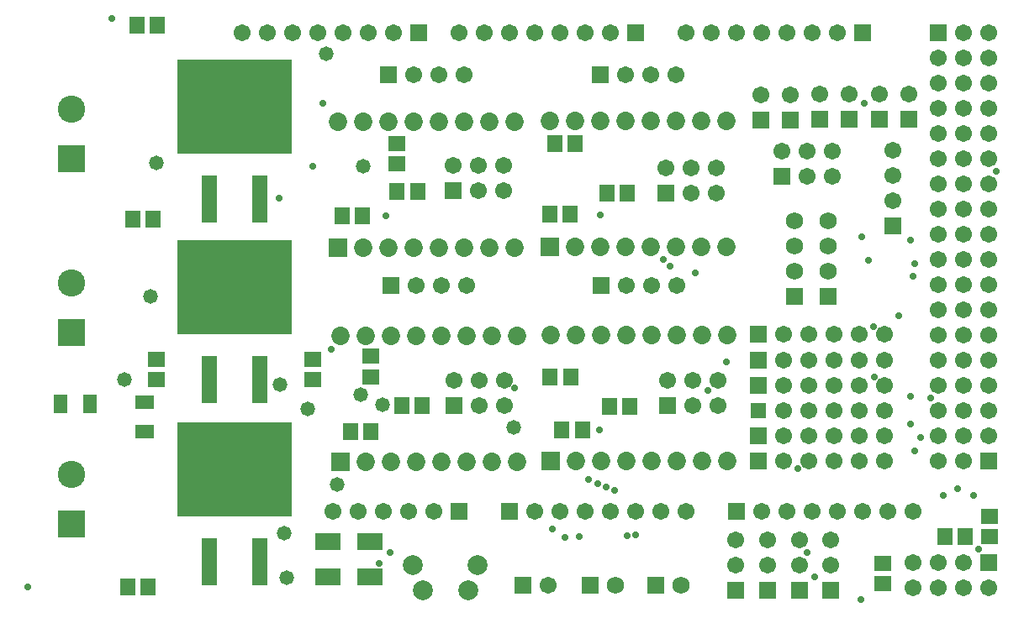
<source format=gts>
G04*
G04 #@! TF.GenerationSoftware,Altium Limited,Altium Designer,18.0.12 (696)*
G04*
G04 Layer_Color=8388736*
%FSLAX25Y25*%
%MOIN*%
G70*
G01*
G75*
%ADD21R,0.06312X0.06706*%
%ADD22R,0.06706X0.06312*%
%ADD23R,0.06115X0.18910*%
%ADD24R,0.45682X0.37808*%
%ADD25R,0.09973X0.06942*%
%ADD26R,0.05446X0.07769*%
%ADD27R,0.07769X0.05446*%
%ADD28C,0.07296*%
%ADD29R,0.07296X0.07296*%
%ADD30C,0.07887*%
%ADD31R,0.06800X0.06800*%
%ADD32C,0.06800*%
%ADD33R,0.06706X0.06706*%
%ADD34C,0.06706*%
%ADD35R,0.06706X0.06706*%
%ADD36R,0.10800X0.10800*%
%ADD37C,0.10800*%
%ADD38R,0.06300X0.06300*%
%ADD39R,0.06800X0.06800*%
%ADD40C,0.02769*%
%ADD41C,0.05800*%
D21*
X-174800Y90600D02*
D03*
X-182900D02*
D03*
X-254100Y69100D02*
D03*
X-262200D02*
D03*
X-173000Y183400D02*
D03*
X-181100D02*
D03*
X-243600Y164500D02*
D03*
X-235500D02*
D03*
X-26400Y27400D02*
D03*
X-18300D02*
D03*
X-348500Y153500D02*
D03*
X-340400D02*
D03*
X-350500Y7400D02*
D03*
X-342400D02*
D03*
X-338600Y230400D02*
D03*
X-346700D02*
D03*
X-183000Y155300D02*
D03*
X-174900D02*
D03*
X-265400Y154700D02*
D03*
X-257300D02*
D03*
X-233700Y79400D02*
D03*
X-241800D02*
D03*
X-152400Y163700D02*
D03*
X-160500D02*
D03*
X-178300Y69900D02*
D03*
X-170200D02*
D03*
X-151400Y79200D02*
D03*
X-159500D02*
D03*
D22*
X-254100Y90900D02*
D03*
Y99000D02*
D03*
X-243600Y175300D02*
D03*
Y183400D02*
D03*
X-50900Y8800D02*
D03*
Y16900D02*
D03*
X-8600Y35500D02*
D03*
Y27400D02*
D03*
X-339200Y97700D02*
D03*
Y89600D02*
D03*
X-277100Y97700D02*
D03*
Y89600D02*
D03*
D23*
X-298200Y161542D02*
D03*
X-318200D02*
D03*
X-298200Y17542D02*
D03*
X-318200D02*
D03*
X-298100Y89842D02*
D03*
X-318100D02*
D03*
D24*
X-308200Y198000D02*
D03*
Y54000D02*
D03*
X-308100Y126300D02*
D03*
D25*
X-254275Y25500D02*
D03*
X-271125D02*
D03*
X-254275Y11400D02*
D03*
X-271125D02*
D03*
D26*
X-365522Y80100D02*
D03*
X-376900D02*
D03*
D27*
X-343600Y80578D02*
D03*
Y69200D02*
D03*
D28*
X-153000Y142300D02*
D03*
Y192300D02*
D03*
X-143000Y142300D02*
D03*
X-133000D02*
D03*
X-123000D02*
D03*
X-113000D02*
D03*
X-163000D02*
D03*
X-173000D02*
D03*
X-163000Y192300D02*
D03*
X-173000D02*
D03*
X-183000D02*
D03*
X-143000D02*
D03*
X-133000D02*
D03*
X-123000D02*
D03*
X-113000D02*
D03*
X-196200Y107200D02*
D03*
X-206200D02*
D03*
X-216200D02*
D03*
X-226200D02*
D03*
X-266200D02*
D03*
X-256200D02*
D03*
X-246200D02*
D03*
X-256200Y57200D02*
D03*
X-246200D02*
D03*
X-196200D02*
D03*
X-206200D02*
D03*
X-216200D02*
D03*
X-226200D02*
D03*
X-236200Y107200D02*
D03*
Y57200D02*
D03*
X-197000Y192200D02*
D03*
X-207000D02*
D03*
X-217000D02*
D03*
X-227000D02*
D03*
X-267000D02*
D03*
X-257000D02*
D03*
X-247000D02*
D03*
X-257000Y142200D02*
D03*
X-247000D02*
D03*
X-197000D02*
D03*
X-207000D02*
D03*
X-217000D02*
D03*
X-227000D02*
D03*
X-237000Y192200D02*
D03*
Y142200D02*
D03*
X-112800Y107300D02*
D03*
X-122800D02*
D03*
X-132800D02*
D03*
X-142800D02*
D03*
X-182800D02*
D03*
X-172800D02*
D03*
X-162800D02*
D03*
X-172800Y57300D02*
D03*
X-162800D02*
D03*
X-112800D02*
D03*
X-122800D02*
D03*
X-132800D02*
D03*
X-142800D02*
D03*
X-152800Y107300D02*
D03*
Y57300D02*
D03*
D29*
X-183000Y142300D02*
D03*
X-266200Y57200D02*
D03*
X-267000Y142200D02*
D03*
X-182800Y57300D02*
D03*
D30*
X-211746Y16043D02*
D03*
X-237337D02*
D03*
X-215290Y6200D02*
D03*
X-233400D02*
D03*
D31*
X-141100Y8200D02*
D03*
X-167100D02*
D03*
D32*
X-131100D02*
D03*
X-157100D02*
D03*
X-72600Y152900D02*
D03*
Y142900D02*
D03*
Y132900D02*
D03*
X-86100Y152900D02*
D03*
Y142900D02*
D03*
Y132900D02*
D03*
D33*
X-193700Y8100D02*
D03*
X-9100Y16950D02*
D03*
X-235200Y227450D02*
D03*
X-219200Y37450D02*
D03*
X-91100Y170500D02*
D03*
X-149200Y227450D02*
D03*
X-199200Y37450D02*
D03*
X-59200Y227450D02*
D03*
X-109200Y37450D02*
D03*
X-220900Y79400D02*
D03*
X-137000Y163600D02*
D03*
X-221500Y164600D02*
D03*
X-246200Y127200D02*
D03*
X-163000Y210600D02*
D03*
X-247000Y210700D02*
D03*
X-100400Y107600D02*
D03*
Y97500D02*
D03*
Y87400D02*
D03*
Y67300D02*
D03*
Y57300D02*
D03*
X-136400Y79300D02*
D03*
X-162800Y127200D02*
D03*
D34*
X-183700Y8100D02*
D03*
X-39100Y6950D02*
D03*
Y16950D02*
D03*
X-29100Y6950D02*
D03*
Y16950D02*
D03*
X-19100Y6950D02*
D03*
Y16950D02*
D03*
X-9100Y6950D02*
D03*
X-19200Y57450D02*
D03*
X-29200D02*
D03*
X-19200Y67450D02*
D03*
X-29200D02*
D03*
X-19200Y77450D02*
D03*
X-29200D02*
D03*
X-19200Y87450D02*
D03*
X-29200D02*
D03*
X-19200Y97450D02*
D03*
X-29200D02*
D03*
X-19200Y107450D02*
D03*
X-29200D02*
D03*
X-19200Y117450D02*
D03*
X-29200D02*
D03*
X-19200Y127450D02*
D03*
X-29200D02*
D03*
X-19200Y137450D02*
D03*
X-29200D02*
D03*
X-19200Y147450D02*
D03*
X-29200D02*
D03*
X-19200Y157450D02*
D03*
X-29200D02*
D03*
X-19200Y167450D02*
D03*
X-29200D02*
D03*
X-19200Y177450D02*
D03*
X-29200D02*
D03*
X-19200Y187450D02*
D03*
X-29200D02*
D03*
X-19200Y197450D02*
D03*
X-29200D02*
D03*
X-19200Y207450D02*
D03*
X-29200D02*
D03*
X-19200Y217450D02*
D03*
X-29200D02*
D03*
X-19200Y227450D02*
D03*
X-9200D02*
D03*
Y217450D02*
D03*
Y207450D02*
D03*
Y197450D02*
D03*
Y187450D02*
D03*
Y177450D02*
D03*
Y167450D02*
D03*
Y157450D02*
D03*
Y147450D02*
D03*
Y137450D02*
D03*
Y127450D02*
D03*
Y117450D02*
D03*
Y107450D02*
D03*
Y97450D02*
D03*
Y87450D02*
D03*
Y77450D02*
D03*
Y67450D02*
D03*
X-109400Y16200D02*
D03*
Y26200D02*
D03*
X-96800Y16200D02*
D03*
Y26200D02*
D03*
X-84200Y16100D02*
D03*
Y26100D02*
D03*
X-71600Y16200D02*
D03*
Y26200D02*
D03*
X-40600Y203200D02*
D03*
X-52500Y203100D02*
D03*
X-64300D02*
D03*
X-76000Y203000D02*
D03*
X-87700Y202900D02*
D03*
X-99400D02*
D03*
X-245200Y227450D02*
D03*
X-255200D02*
D03*
X-265200D02*
D03*
X-275200D02*
D03*
X-285200D02*
D03*
X-295200D02*
D03*
X-305200D02*
D03*
X-229200Y37450D02*
D03*
X-239200D02*
D03*
X-249200D02*
D03*
X-259200D02*
D03*
X-269200D02*
D03*
X-47200Y180900D02*
D03*
Y170900D02*
D03*
Y160900D02*
D03*
X-91100Y180500D02*
D03*
X-81100Y170500D02*
D03*
Y180500D02*
D03*
X-71100Y170500D02*
D03*
Y180500D02*
D03*
X-159200Y227450D02*
D03*
X-169200D02*
D03*
X-179200D02*
D03*
X-189200D02*
D03*
X-199200D02*
D03*
X-209200D02*
D03*
X-219200D02*
D03*
X-189200Y37450D02*
D03*
X-179200D02*
D03*
X-169200D02*
D03*
X-159200D02*
D03*
X-149200D02*
D03*
X-139200D02*
D03*
X-129200D02*
D03*
X-69200Y227450D02*
D03*
X-79200D02*
D03*
X-89200D02*
D03*
X-99200D02*
D03*
X-109200D02*
D03*
X-119200D02*
D03*
X-129200D02*
D03*
X-99200Y37450D02*
D03*
X-89200D02*
D03*
X-79200D02*
D03*
X-69200D02*
D03*
X-59200D02*
D03*
X-49200D02*
D03*
X-39200D02*
D03*
X-220900Y89400D02*
D03*
X-210900Y79400D02*
D03*
Y89400D02*
D03*
X-200900Y79400D02*
D03*
Y89400D02*
D03*
X-137000Y173600D02*
D03*
X-127000Y163600D02*
D03*
Y173600D02*
D03*
X-117000Y163600D02*
D03*
Y173600D02*
D03*
X-221500Y174600D02*
D03*
X-211500Y164600D02*
D03*
Y174600D02*
D03*
X-201500Y164600D02*
D03*
Y174600D02*
D03*
X-216200Y127200D02*
D03*
X-226200D02*
D03*
X-236200D02*
D03*
X-133000Y210600D02*
D03*
X-143000D02*
D03*
X-153000D02*
D03*
X-217000Y210700D02*
D03*
X-227000D02*
D03*
X-237000D02*
D03*
X-90400Y107600D02*
D03*
X-80400D02*
D03*
X-70400D02*
D03*
X-60400D02*
D03*
X-50400D02*
D03*
X-90400Y97500D02*
D03*
X-80400D02*
D03*
X-70400D02*
D03*
X-60400D02*
D03*
X-50400D02*
D03*
X-90400Y87400D02*
D03*
X-80400D02*
D03*
X-70400D02*
D03*
X-60400D02*
D03*
X-50400D02*
D03*
X-90400Y77300D02*
D03*
X-80400D02*
D03*
X-70400D02*
D03*
X-60400D02*
D03*
X-50400D02*
D03*
X-90400Y67300D02*
D03*
X-80400D02*
D03*
X-70400D02*
D03*
X-60400D02*
D03*
X-50400D02*
D03*
X-90400Y57300D02*
D03*
X-80400D02*
D03*
X-70400D02*
D03*
X-60400D02*
D03*
X-50400D02*
D03*
X-136400Y89300D02*
D03*
X-126400Y79300D02*
D03*
Y89300D02*
D03*
X-116400Y79300D02*
D03*
Y89300D02*
D03*
X-132800Y127200D02*
D03*
X-142800D02*
D03*
X-152800D02*
D03*
D35*
X-29200Y227450D02*
D03*
X-9200Y57450D02*
D03*
X-109400Y6200D02*
D03*
X-96800D02*
D03*
X-84200Y6100D02*
D03*
X-71600Y6200D02*
D03*
X-40600Y193200D02*
D03*
X-52500Y193100D02*
D03*
X-64300D02*
D03*
X-76000Y193000D02*
D03*
X-87700Y192900D02*
D03*
X-99400D02*
D03*
X-47200Y150900D02*
D03*
D36*
X-372700Y177400D02*
D03*
X-372600Y32300D02*
D03*
Y108500D02*
D03*
D37*
X-372700Y197085D02*
D03*
X-372600Y51985D02*
D03*
Y128185D02*
D03*
D38*
X-100400Y77300D02*
D03*
D39*
X-72600Y122900D02*
D03*
X-86100D02*
D03*
D40*
X-390000Y7400D02*
D03*
X-113200Y96700D02*
D03*
X-197000Y86300D02*
D03*
X-152400Y27800D02*
D03*
X-272900Y199300D02*
D03*
X-250700Y16800D02*
D03*
X-40200Y83100D02*
D03*
X-54300Y90900D02*
D03*
X-54600Y110900D02*
D03*
X-56800Y137000D02*
D03*
X-59400Y146500D02*
D03*
X-125500Y132200D02*
D03*
X-290400Y161900D02*
D03*
X-15000Y43800D02*
D03*
X-31900Y82300D02*
D03*
X-356700Y233200D02*
D03*
X-59800Y2300D02*
D03*
X-38400Y61300D02*
D03*
X-40000Y72100D02*
D03*
X-44600Y115100D02*
D03*
X-39000Y130800D02*
D03*
X-246300Y21000D02*
D03*
X-269700Y101900D02*
D03*
X-58400Y199400D02*
D03*
X-81000Y21100D02*
D03*
X-176900Y27100D02*
D03*
X-171400Y27300D02*
D03*
X-149100Y28100D02*
D03*
X-160600Y47100D02*
D03*
X-157300Y45600D02*
D03*
X-164100Y48500D02*
D03*
X-167600Y50100D02*
D03*
X-182200Y30450D02*
D03*
X-78000Y11400D02*
D03*
X-120353Y85353D02*
D03*
X-27000Y43700D02*
D03*
X-36200Y66900D02*
D03*
X-6200Y172500D02*
D03*
X-13200Y22300D02*
D03*
X-21300Y46400D02*
D03*
X-277100Y174500D02*
D03*
X-137900Y137400D02*
D03*
X-135400Y134800D02*
D03*
X-40100Y145100D02*
D03*
X-38300Y135700D02*
D03*
X-163200Y155200D02*
D03*
X-163300Y69800D02*
D03*
X-247900Y154800D02*
D03*
X-84800Y54400D02*
D03*
D41*
X-197400Y70900D02*
D03*
X-290300Y184200D02*
D03*
X-297300D02*
D03*
X-304300D02*
D03*
X-311300D02*
D03*
X-318300D02*
D03*
X-325300D02*
D03*
X-290300Y191200D02*
D03*
X-297300D02*
D03*
X-304300D02*
D03*
X-311300D02*
D03*
X-318300D02*
D03*
X-325300D02*
D03*
X-290300Y198200D02*
D03*
X-297300D02*
D03*
X-304300D02*
D03*
X-311300D02*
D03*
X-318300D02*
D03*
X-325300D02*
D03*
X-290300Y205200D02*
D03*
X-297300D02*
D03*
X-304300D02*
D03*
X-311300D02*
D03*
X-318300D02*
D03*
X-325300D02*
D03*
X-290300Y212200D02*
D03*
X-297300D02*
D03*
X-304300D02*
D03*
X-311300D02*
D03*
X-318300D02*
D03*
X-325300D02*
D03*
X-290200Y112400D02*
D03*
X-297200D02*
D03*
X-304200D02*
D03*
X-311200D02*
D03*
X-318200D02*
D03*
X-325200D02*
D03*
X-290200Y119400D02*
D03*
X-297200D02*
D03*
X-304200D02*
D03*
X-311200D02*
D03*
X-318200D02*
D03*
X-325200D02*
D03*
X-290200Y126400D02*
D03*
X-297200D02*
D03*
X-304200D02*
D03*
X-311200D02*
D03*
X-318200D02*
D03*
X-325200D02*
D03*
X-290200Y133400D02*
D03*
X-297200D02*
D03*
X-304200D02*
D03*
X-311200D02*
D03*
X-318200D02*
D03*
X-325200D02*
D03*
X-290200Y140400D02*
D03*
X-297200D02*
D03*
X-304200D02*
D03*
X-311200D02*
D03*
X-318200D02*
D03*
X-325200D02*
D03*
X-325500Y68100D02*
D03*
X-318500D02*
D03*
X-311500D02*
D03*
X-304500D02*
D03*
X-297500D02*
D03*
X-290500D02*
D03*
X-325500Y61100D02*
D03*
X-318500D02*
D03*
X-311500D02*
D03*
X-304500D02*
D03*
X-297500D02*
D03*
X-290500D02*
D03*
X-325500Y54100D02*
D03*
X-318500D02*
D03*
X-311500D02*
D03*
X-304500D02*
D03*
X-297500D02*
D03*
X-290500D02*
D03*
X-325500Y47100D02*
D03*
X-318500D02*
D03*
X-311500D02*
D03*
X-304500D02*
D03*
X-297500D02*
D03*
X-290500D02*
D03*
X-325500Y40100D02*
D03*
X-318500D02*
D03*
X-311500D02*
D03*
X-304500D02*
D03*
X-297500D02*
D03*
X-290500D02*
D03*
X-258000Y83600D02*
D03*
X-249400Y79800D02*
D03*
X-288500Y28600D02*
D03*
X-287300Y11100D02*
D03*
X-279200Y78200D02*
D03*
X-341500Y122600D02*
D03*
X-267500Y48100D02*
D03*
X-290100Y87800D02*
D03*
X-271700Y219100D02*
D03*
X-351800Y89600D02*
D03*
X-339200Y175600D02*
D03*
X-257000Y174400D02*
D03*
M02*

</source>
